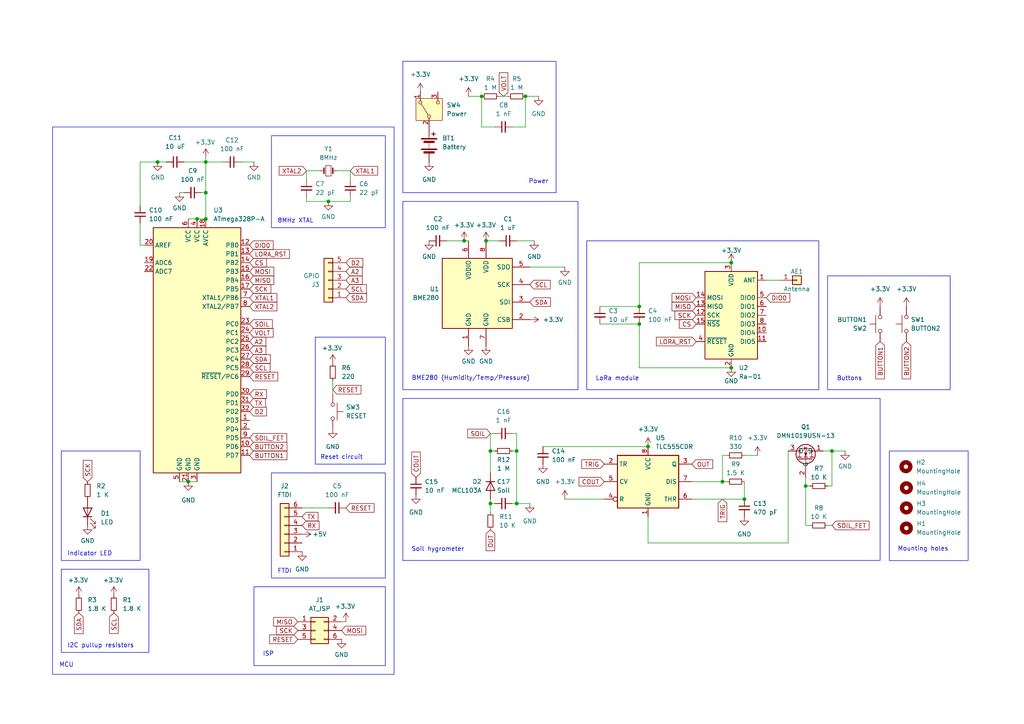
<source format=kicad_sch>
(kicad_sch (version 20231120) (generator "eeschema") (generator_version "8.0")
  (paper "A4")
  (lib_symbols
    (symbol "+3.3V_1" (power) (pin_numbers hide) (pin_names (offset 0) hide)
      (property "Value" "+3.3V" (at 0 3.556 0))
      (symbol "+3.3V_1_1_1"
        (pin power_in line (at 0 0 90) (length 0) (name "~") (number "1"))
      )
    )
    (symbol "+3.3V_2" (power) (pin_numbers hide) (pin_names (offset 0) hide)
      (property "Value" "+3.3V" (at 0 3.556 0))
      (symbol "+3.3V_2_1_1"
        (pin power_in line (at 0 0 90) (length 0) (name "~") (number "1"))
      )
    )
    (symbol "+3.3V_3" (power) (pin_numbers hide) (pin_names (offset 0) hide)
      (property "Value" "+3.3V" (at 0 3.556 0))
      (symbol "+3.3V_3_1_1"
        (pin power_in line (at 0 0 90) (length 0) (name "~") (number "1"))
      )
    )
    (symbol "+3.3V_4" (power) (pin_numbers hide) (pin_names (offset 0) hide)
      (property "Value" "+3.3V" (at 0 3.556 0))
      (symbol "+3.3V_4_1_1"
        (pin power_in line (at 0 0 90) (length 0) (name "~") (number "1"))
      )
    )
    (symbol "+3.3V_5" (power) (pin_numbers hide) (pin_names (offset 0) hide)
      (property "Value" "+3.3V" (at 0 3.556 0))
      (symbol "+3.3V_5_1_1"
        (pin power_in line (at 0 0 90) (length 0) (name "~") (number "1"))
      )
    )
    (symbol "+5V_1" (power) (pin_numbers hide) (pin_names (offset 0) hide)
      (property "Value" "+5V" (at 0 3.556 0))
      (symbol "+5V_1_1_1"
        (pin power_in line (at 0 0 90) (length 0) (name "~") (number "1"))
      )
    )
    (symbol "ATmega328P-A_1"
      (property "Reference" "U" (at -12.7 36.83 0))
      (property "Value" "ATmega328P-A" (at 2.54 -36.83 0))
      (symbol "ATmega328P-A_1_1_1"
        (pin bidirectional line (at 15.24 -20.32 180) (length 2.54) (name "PD3") (number "1"))
        (pin bidirectional line (at 15.24 -27.94 180) (length 2.54) (name "PD6") (number "10"))
        (pin bidirectional line (at 15.24 -30.48 180) (length 2.54) (name "PD7") (number "11"))
        (pin bidirectional line (at 15.24 30.48 180) (length 2.54) (name "PB0") (number "12"))
        (pin bidirectional line (at 15.24 27.94 180) (length 2.54) (name "PB1") (number "13"))
        (pin bidirectional line (at 15.24 25.4 180) (length 2.54) (name "PB2") (number "14"))
        (pin bidirectional line (at 15.24 22.86 180) (length 2.54) (name "PB3") (number "15"))
        (pin bidirectional line (at 15.24 20.32 180) (length 2.54) (name "PB4") (number "16"))
        (pin bidirectional line (at 15.24 17.78 180) (length 2.54) (name "PB5") (number "17"))
        (pin power_in line (at 2.54 38.1 270) (length 2.54) (name "AVCC") (number "18"))
        (pin input line (at -15.24 25.4 0) (length 2.54) (name "ADC6") (number "19"))
        (pin bidirectional line (at 15.24 -22.86 180) (length 2.54) (name "PD4") (number "2"))
        (pin passive line (at -15.24 30.48 0) (length 2.54) (name "AREF") (number "20"))
        (pin passive line (at -2.54 -38.1 90) (length 2.54) (name "GND") (number "21"))
        (pin input line (at -15.24 22.86 0) (length 2.54) (name "ADC7") (number "22"))
        (pin bidirectional line (at 15.24 7.62 180) (length 2.54) (name "PC0") (number "23"))
        (pin bidirectional line (at 15.24 5.08 180) (length 2.54) (name "PC1") (number "24"))
        (pin bidirectional line (at 15.24 2.54 180) (length 2.54) (name "PC2") (number "25"))
        (pin bidirectional line (at 15.24 0 180) (length 2.54) (name "PC3") (number "26"))
        (pin bidirectional line (at 15.24 -2.54 180) (length 2.54) (name "PC4") (number "27"))
        (pin bidirectional line (at 15.24 -5.08 180) (length 2.54) (name "PC5") (number "28"))
        (pin bidirectional line (at 15.24 -7.62 180) (length 2.54) (name "~{RESET}/PC6") (number "29"))
        (pin power_in line (at 0 -38.1 90) (length 2.54) (name "GND") (number "3"))
        (pin bidirectional line (at 15.24 -12.7 180) (length 2.54) (name "PD0") (number "30"))
        (pin bidirectional line (at 15.24 -15.24 180) (length 2.54) (name "PD1") (number "31"))
        (pin bidirectional line (at 15.24 -17.78 180) (length 2.54) (name "PD2") (number "32"))
        (pin power_in line (at 0 38.1 270) (length 2.54) (name "VCC") (number "4"))
        (pin passive line (at -5.08 -38.1 90) (length 2.54) (name "GND") (number "5"))
        (pin passive line (at -2.54 38.1 270) (length 2.54) (name "VCC") (number "6"))
        (pin bidirectional line (at 15.24 15.24 180) (length 2.54) (name "XTAL1/PB6") (number "7"))
        (pin bidirectional line (at 15.24 12.7 180) (length 2.54) (name "XTAL2/PB7") (number "8"))
        (pin bidirectional line (at 15.24 -25.4 180) (length 2.54) (name "PD5") (number "9"))
      )
    )
    (symbol "Connector_Generic:Conn_01x01" (pin_names (offset 1.016) hide)
      (property "Reference" "J" (at 0 2.54 0))
      (property "Value" "Conn_01x01" (at 0 -2.54 0))
      (symbol "Conn_01x01_1_1"
        (pin passive line (at -5.08 0 0) (length 3.81) (name "Pin_1") (number "1"))
      )
    )
    (symbol "Connector_Generic:Conn_01x05" (pin_names (offset 1.016) hide)
      (property "Reference" "J" (at 0 7.62 0))
      (property "Value" "Conn_01x05" (at 0 -7.62 0))
      (symbol "Conn_01x05_1_1"
        (pin passive line (at -5.08 5.08 0) (length 3.81) (name "Pin_1") (number "1"))
        (pin passive line (at -5.08 2.54 0) (length 3.81) (name "Pin_2") (number "2"))
        (pin passive line (at -5.08 0 0) (length 3.81) (name "Pin_3") (number "3"))
        (pin passive line (at -5.08 -2.54 0) (length 3.81) (name "Pin_4") (number "4"))
        (pin passive line (at -5.08 -5.08 0) (length 3.81) (name "Pin_5") (number "5"))
      )
    )
    (symbol "Connector_Generic:Conn_01x06" (pin_names (offset 1.016) hide)
      (property "Reference" "J" (at 0 7.62 0))
      (property "Value" "Conn_01x06" (at 0 -10.16 0))
      (symbol "Conn_01x06_1_1"
        (pin passive line (at -5.08 5.08 0) (length 3.81) (name "Pin_1") (number "1"))
        (pin passive line (at -5.08 2.54 0) (length 3.81) (name "Pin_2") (number "2"))
        (pin passive line (at -5.08 0 0) (length 3.81) (name "Pin_3") (number "3"))
        (pin passive line (at -5.08 -2.54 0) (length 3.81) (name "Pin_4") (number "4"))
        (pin passive line (at -5.08 -5.08 0) (length 3.81) (name "Pin_5") (number "5"))
        (pin passive line (at -5.08 -7.62 0) (length 3.81) (name "Pin_6") (number "6"))
      )
    )
    (symbol "Connector_Generic:Conn_02x03_Odd_Even" (pin_names (offset 1.016) hide)
      (property "Reference" "J" (at 1.27 5.08 0))
      (property "Value" "Conn_02x03_Odd_Even" (at 1.27 -5.08 0))
      (symbol "Conn_02x03_Odd_Even_1_1"
        (pin passive line (at -5.08 2.54 0) (length 3.81) (name "Pin_1") (number "1"))
        (pin passive line (at 7.62 2.54 180) (length 3.81) (name "Pin_2") (number "2"))
        (pin passive line (at -5.08 0 0) (length 3.81) (name "Pin_3") (number "3"))
        (pin passive line (at 7.62 0 180) (length 3.81) (name "Pin_4") (number "4"))
        (pin passive line (at -5.08 -2.54 0) (length 3.81) (name "Pin_5") (number "5"))
        (pin passive line (at 7.62 -2.54 180) (length 3.81) (name "Pin_6") (number "6"))
      )
    )
    (symbol "Device:Battery" (pin_numbers hide) (pin_names (offset 0) hide)
      (property "Reference" "BT" (at 2.54 2.54 0))
      (property "Value" "Battery" (at 2.54 0 0))
      (symbol "Battery_1_1"
        (pin passive line (at 0 5.08 270) (length 2.54) (name "+") (number "1"))
        (pin passive line (at 0 -5.08 90) (length 2.54) (name "-") (number "2"))
      )
    )
    (symbol "Device:C_Small" (pin_numbers hide) (pin_names (offset 0.254) hide)
      (property "Reference" "C" (at 0.254 1.778 0))
      (property "Value" "C_Small" (at 0.254 -2.032 0))
      (symbol "C_Small_1_1"
        (pin passive line (at 0 2.54 270) (length 2.032) (name "~") (number "1"))
        (pin passive line (at 0 -2.54 90) (length 2.032) (name "~") (number "2"))
      )
    )
    (symbol "Device:Crystal_Small" (pin_numbers hide) (pin_names (offset 1.016) hide)
      (property "Reference" "Y" (at 0 2.54 0))
      (property "Value" "Crystal_Small" (at 0 -2.54 0))
      (symbol "Crystal_Small_1_1"
        (pin passive line (at -2.54 0 0) (length 1.27) (name "1") (number "1"))
        (pin passive line (at 2.54 0 180) (length 1.27) (name "2") (number "2"))
      )
    )
    (symbol "Device:LED" (pin_numbers hide) (pin_names (offset 1.016) hide)
      (property "Reference" "D" (at 0 2.54 0))
      (property "Value" "LED" (at 0 -2.54 0))
      (symbol "LED_1_1"
        (pin passive line (at -3.81 0 0) (length 2.54) (name "K") (number "1"))
        (pin passive line (at 3.81 0 180) (length 2.54) (name "A") (number "2"))
      )
    )
    (symbol "Device:R_Small" (pin_numbers hide) (pin_names (offset 0.254) hide)
      (property "Reference" "R" (at 0.762 0.508 0))
      (property "Value" "R_Small" (at 0.762 -1.016 0))
      (symbol "R_Small_1_1"
        (pin passive line (at 0 2.54 270) (length 0.762) (name "~") (number "1"))
        (pin passive line (at 0 -2.54 90) (length 0.762) (name "~") (number "2"))
      )
    )
    (symbol "Diode:SM4007" (pin_numbers hide) (pin_names hide)
      (property "Reference" "D" (at 0 2.54 0))
      (property "Value" "SM4007" (at 0 -2.54 0))
      (symbol "SM4007_1_1"
        (pin passive line (at -3.81 0 0) (length 2.54) (name "K") (number "1"))
        (pin passive line (at 3.81 0 180) (length 2.54) (name "A") (number "2"))
      )
    )
    (symbol "GND_1" (power) (pin_numbers hide) (pin_names (offset 0) hide)
      (property "Value" "GND" (at 0 -3.81 0))
      (symbol "GND_1_1_1"
        (pin power_in line (at 0 0 270) (length 0) (name "~") (number "1"))
      )
    )
    (symbol "GND_15" (power) (pin_names (offset 0))
      (property "Value" "GND_15" (at 0 -3.81 0))
      (symbol "GND_15_1_1"
        (pin power_in line (at 0 0 270) (length 0) hide (name "GND") (number "1"))
      )
    )
    (symbol "GND_16" (power) (pin_numbers hide) (pin_names (offset 0) hide)
      (property "Value" "GND" (at 0 -3.81 0))
      (symbol "GND_16_1_1"
        (pin power_in line (at 0 0 270) (length 0) (name "~") (number "1"))
      )
    )
    (symbol "GND_3" (power) (pin_names (offset 0))
      (property "Value" "GND_3" (at 0 -3.81 0))
      (symbol "GND_3_1_1"
        (pin power_in line (at 0 0 270) (length 0) hide (name "GND") (number "1"))
      )
    )
    (symbol "GND_4" (power) (pin_names (offset 0))
      (property "Value" "GND_4" (at 0 -3.81 0))
      (symbol "GND_4_1_1"
        (pin power_in line (at 0 0 270) (length 0) hide (name "GND") (number "1"))
      )
    )
    (symbol "Mechanical:MountingHole" (pin_names (offset 1.016))
      (property "Reference" "H" (at 0 5.08 0))
      (property "Value" "MountingHole" (at 0 3.175 0))
    )
    (symbol "RF_Module:Ai-Thinker-Ra-01"
      (property "Reference" "U" (at 2.54 17.78 0))
      (property "Value" "Ai-Thinker-Ra-01" (at 13.97 -15.24 0))
      (symbol "Ai-Thinker-Ra-01_1_1"
        (pin passive line (at 10.16 10.16 180) (length 2.54) (name "ANT") (number "1"))
        (pin bidirectional line (at 10.16 -5.08 180) (length 2.54) (name "DIO4") (number "10"))
        (pin bidirectional line (at 10.16 -7.62 180) (length 2.54) (name "DIO5") (number "11"))
        (pin input line (at -10.16 0 0) (length 2.54) (name "SCK") (number "12"))
        (pin output line (at -10.16 2.54 0) (length 2.54) (name "MISO") (number "13"))
        (pin input line (at -10.16 5.08 0) (length 2.54) (name "MOSI") (number "14"))
        (pin input line (at -10.16 -2.54 0) (length 2.54) (name "~{NSS}") (number "15"))
        (pin passive line (at 0 -15.24 90) (length 2.54) hide (name "GND") (number "16"))
        (pin power_in line (at 0 -15.24 90) (length 2.54) (name "GND") (number "2"))
        (pin power_in line (at 0 15.24 270) (length 2.54) (name "VDD") (number "3"))
        (pin input line (at -10.16 -7.62 0) (length 2.54) (name "~{RESET}") (number "4"))
        (pin bidirectional line (at 10.16 5.08 180) (length 2.54) (name "DIO0") (number "5"))
        (pin bidirectional line (at 10.16 2.54 180) (length 2.54) (name "DIO1") (number "6"))
        (pin bidirectional line (at 10.16 0 180) (length 2.54) (name "DIO2") (number "7"))
        (pin bidirectional line (at 10.16 -2.54 180) (length 2.54) (name "DIO3") (number "8"))
        (pin passive line (at 0 -15.24 90) (length 2.54) hide (name "GND") (number "9"))
      )
    )
    (symbol "Sensor:BME280"
      (property "Reference" "U" (at -8.89 11.43 0))
      (property "Value" "BME280" (at 7.62 11.43 0))
      (symbol "BME280_1_1"
        (pin power_in line (at -2.54 -15.24 90) (length 5.08) (name "GND") (number "1"))
        (pin input line (at 15.24 -7.62 180) (length 5.08) (name "CSB") (number "2"))
        (pin bidirectional line (at 15.24 -2.54 180) (length 5.08) (name "SDI") (number "3"))
        (pin input line (at 15.24 2.54 180) (length 5.08) (name "SCK") (number "4"))
        (pin bidirectional line (at 15.24 7.62 180) (length 5.08) (name "SDO") (number "5"))
        (pin power_in line (at -2.54 15.24 270) (length 5.08) (name "VDDIO") (number "6"))
        (pin power_in line (at 2.54 -15.24 90) (length 5.08) (name "GND") (number "7"))
        (pin power_in line (at 2.54 15.24 270) (length 5.08) (name "VDD") (number "8"))
      )
    )
    (symbol "Switch:SW_Push" (pin_numbers hide) (pin_names (offset 1.016) hide)
      (property "Reference" "SW" (at 1.27 2.54 0))
      (property "Value" "SW_Push" (at 0 -1.524 0))
      (symbol "SW_Push_0_1"
        (pin passive line (at -5.08 0 0) (length 2.54) (name "1") (number "1"))
        (pin passive line (at 5.08 0 180) (length 2.54) (name "2") (number "2"))
      )
    )
    (symbol "Switch:SW_SPDT" (pin_names (offset 0) hide)
      (property "Reference" "SW" (at 0 5.08 0))
      (property "Value" "SW_SPDT" (at 0 -5.08 0))
      (symbol "SW_SPDT_1_1"
        (pin passive line (at 5.08 2.54 180) (length 2.54) (name "A") (number "1"))
        (pin passive line (at -5.08 0 0) (length 2.54) (name "B") (number "2"))
        (pin passive line (at 5.08 -2.54 180) (length 2.54) (name "C") (number "3"))
      )
    )
    (symbol "Timer:TLC555xD"
      (property "Reference" "U" (at -10.16 8.89 0))
      (property "Value" "TLC555xD" (at 2.54 8.89 0))
      (symbol "TLC555xD_0_0"
        (pin power_in line (at 0 -10.16 90) (length 2.54) (name "GND") (number "1"))
        (pin power_in line (at 0 10.16 270) (length 2.54) (name "VCC") (number "8"))
      )
      (symbol "TLC555xD_1_1"
        (pin input line (at -12.7 5.08 0) (length 3.81) (name "TR") (number "2"))
        (pin output line (at 12.7 5.08 180) (length 3.81) (name "Q") (number "3"))
        (pin input inverted (at -12.7 -5.08 0) (length 3.81) (name "R") (number "4"))
        (pin input line (at -12.7 0 0) (length 3.81) (name "CV") (number "5"))
        (pin input line (at 12.7 -5.08 180) (length 3.81) (name "THR") (number "6"))
        (pin input line (at 12.7 0 180) (length 3.81) (name "DIS") (number "7"))
      )
    )
    (symbol "Transistor_FET:DMN1019USN-13"
      (property "Reference" "U" (at 0 0 0))
      (symbol "DMN1019USN-13_1_1"
        (pin passive line (at -3.81 -5.08 90) (length 2.54) (name "S") (number "1"))
        (pin input line (at -11.43 0 0) (length 2.54) (name "G") (number "2"))
        (pin passive line (at -3.81 5.08 270) (length 2.54) (name "D") (number "3"))
      )
    )
    (symbol "power:+3.3V" (power) (pin_names (offset 0))
      (property "Value" "+3.3V" (at 0 3.556 0))
      (symbol "+3.3V_1_1"
        (pin power_in line (at 0 0 90) (length 0) hide (name "+3.3V") (number "1"))
      )
    )
    (symbol "power:GND" (power) (pin_numbers hide) (pin_names (offset 0) hide)
      (property "Value" "GND" (at 0 -3.81 0))
      (symbol "GND_1_1"
        (pin power_in line (at 0 0 270) (length 0) (name "~") (number "1"))
      )
    )
    (symbol "symbols:C_Small" (pin_numbers hide) (pin_names (offset 0.254) hide)
      (property "Reference" "C" (at 0.254 1.778 0))
      (property "Value" "C_Small" (at 0.254 -2.032 0))
      (symbol "C_Small_1_1"
        (pin passive line (at 0 2.54 270) (length 2.032) (name "~") (number "1"))
        (pin passive line (at 0 -2.54 90) (length 2.032) (name "~") (number "2"))
      )
    )
  )
  (junction (at 149.86 130.81))
  (junction (at 187.96 129.54))
  (junction (at 152.4 27.94))
  (junction (at 142.24 146.05))
  (junction (at 185.42 88.9))
  (junction (at 233.68 140.97))
  (junction (at 215.9 144.78))
  (junction (at 209.55 139.7))
  (junction (at 140.97 69.85))
  (junction (at 54.61 139.7))
  (junction (at 95.25 58.42))
  (junction (at 59.69 55.88))
  (junction (at 45.72 46.99))
  (junction (at 185.42 93.98))
  (junction (at 57.15 63.5))
  (junction (at 134.62 69.85))
  (junction (at 212.09 76.2))
  (junction (at 241.3 130.81))
  (junction (at 139.7 27.94))
  (junction (at 212.09 106.68))
  (junction (at 59.69 46.99))
  (junction (at 142.24 130.81))
  (junction (at 149.86 146.05))
  (junction (at 59.69 63.5))
  (wire (pts (xy 101.6 49.53) (xy 97.79 49.53)))
  (wire (pts (xy 215.9 139.7) (xy 215.9 144.78)))
  (wire (pts (xy 149.86 130.81) (xy 148.59 130.81)))
  (wire (pts (xy 240.03 140.97) (xy 241.3 140.97)))
  (wire (pts (xy 96.52 110.49) (xy 96.52 114.3)))
  (wire (pts (xy 142.24 144.78) (xy 142.24 146.05)))
  (wire (pts (xy 233.68 138.43) (xy 233.68 140.97)))
  (wire (pts (xy 185.42 88.9) (xy 185.42 76.2)))
  (wire (pts (xy 139.7 36.83) (xy 143.51 36.83)))
  (wire (pts (xy 135.89 27.94) (xy 139.7 27.94)))
  (wire (pts (xy 240.03 152.4) (xy 241.3 152.4)))
  (wire (pts (xy 215.9 132.08) (xy 219.71 132.08)))
  (wire (pts (xy 54.61 139.7) (xy 57.15 139.7)))
  (wire (pts (xy 40.64 46.99) (xy 45.72 46.99)))
  (wire (pts (xy 53.34 46.99) (xy 59.69 46.99)))
  (wire (pts (xy 149.86 146.05) (xy 149.86 130.81)))
  (wire (pts (xy 200.66 144.78) (xy 215.9 144.78)))
  (wire (pts (xy 149.86 125.73) (xy 149.86 130.81)))
  (wire (pts (xy 241.3 130.81) (xy 241.3 140.97)))
  (wire (pts (xy 54.61 63.5) (xy 57.15 63.5)))
  (wire (pts (xy 88.9 58.42) (xy 88.9 57.15)))
  (wire (pts (xy 209.55 132.08) (xy 210.82 132.08)))
  (wire (pts (xy 73.66 46.99) (xy 69.85 46.99)))
  (wire (pts (xy 163.83 144.78) (xy 175.26 144.78)))
  (wire (pts (xy 152.4 27.94) (xy 156.21 27.94)))
  (wire (pts (xy 142.24 146.05) (xy 143.51 146.05)))
  (wire (pts (xy 152.4 36.83) (xy 152.4 27.94)))
  (wire (pts (xy 185.42 106.68) (xy 212.09 106.68)))
  (wire (pts (xy 139.7 27.94) (xy 139.7 36.83)))
  (wire (pts (xy 210.82 139.7) (xy 209.55 139.7)))
  (wire (pts (xy 200.66 139.7) (xy 209.55 139.7)))
  (wire (pts (xy 226.06 81.28) (xy 222.25 81.28)))
  (wire (pts (xy 185.42 76.2) (xy 212.09 76.2)))
  (wire (pts (xy 173.99 88.9) (xy 185.42 88.9)))
  (wire (pts (xy 100.33 180.34) (xy 99.06 180.34)))
  (wire (pts (xy 101.6 49.53) (xy 101.6 52.07)))
  (wire (pts (xy 40.64 64.77) (xy 40.64 71.12)))
  (wire (pts (xy 233.68 152.4) (xy 234.95 152.4)))
  (wire (pts (xy 148.59 146.05) (xy 149.86 146.05)))
  (wire (pts (xy 88.9 49.53) (xy 92.71 49.53)))
  (wire (pts (xy 238.76 130.81) (xy 241.3 130.81)))
  (wire (pts (xy 149.86 125.73) (xy 148.59 125.73)))
  (wire (pts (xy 148.59 36.83) (xy 152.4 36.83)))
  (wire (pts (xy 40.64 71.12) (xy 41.91 71.12)))
  (wire (pts (xy 59.69 46.99) (xy 59.69 55.88)))
  (wire (pts (xy 173.99 93.98) (xy 185.42 93.98)))
  (wire (pts (xy 59.69 46.99) (xy 64.77 46.99)))
  (wire (pts (xy 142.24 130.81) (xy 142.24 137.16)))
  (wire (pts (xy 59.69 45.72) (xy 59.69 46.99)))
  (wire (pts (xy 59.69 55.88) (xy 59.69 63.5)))
  (wire (pts (xy 209.55 132.08) (xy 209.55 139.7)))
  (wire (pts (xy 57.15 63.5) (xy 59.69 63.5)))
  (wire (pts (xy 58.42 55.88) (xy 59.69 55.88)))
  (wire (pts (xy 142.24 146.05) (xy 142.24 148.59)))
  (wire (pts (xy 142.24 125.73) (xy 143.51 125.73)))
  (wire (pts (xy 241.3 130.81) (xy 245.11 130.81)))
  (wire (pts (xy 142.24 125.73) (xy 142.24 130.81)))
  (wire (pts (xy 233.68 140.97) (xy 233.68 152.4)))
  (wire (pts (xy 129.54 69.85) (xy 134.62 69.85)))
  (wire (pts (xy 95.25 58.42) (xy 101.6 58.42)))
  (wire (pts (xy 40.64 46.99) (xy 40.64 59.69)))
  (wire (pts (xy 157.48 129.54) (xy 187.96 129.54)))
  (wire (pts (xy 149.86 146.05) (xy 153.67 146.05)))
  (wire (pts (xy 228.6 157.48) (xy 228.6 130.81)))
  (wire (pts (xy 187.96 157.48) (xy 228.6 157.48)))
  (wire (pts (xy 185.42 93.98) (xy 185.42 106.68)))
  (wire (pts (xy 140.97 69.85) (xy 144.78 69.85)))
  (wire (pts (xy 153.67 77.47) (xy 163.83 77.47)))
  (wire (pts (xy 147.32 27.94) (xy 144.78 27.94)))
  (wire (pts (xy 143.51 130.81) (xy 142.24 130.81)))
  (wire (pts (xy 88.9 52.07) (xy 88.9 49.53)))
  (wire (pts (xy 88.9 58.42) (xy 95.25 58.42)))
  (wire (pts (xy 187.96 149.86) (xy 187.96 157.48)))
  (wire (pts (xy 45.72 46.99) (xy 48.26 46.99)))
  (wire (pts (xy 134.62 69.85) (xy 135.89 69.85)))
  (wire (pts (xy 101.6 57.15) (xy 101.6 58.42)))
  (wire (pts (xy 233.68 140.97) (xy 234.95 140.97)))
  (wire (pts (xy 54.61 139.7) (xy 52.07 139.7)))
  (wire (pts (xy 52.07 55.88) (xy 53.34 55.88)))
  (wire (pts (xy 95.25 147.32) (xy 87.63 147.32)))
  (wire (pts (xy 149.86 69.85) (xy 154.94 69.85)))
  (rectangle (start 17.78 165.1) (end 43.18 189.23))
  (rectangle (start 116.84 58.42) (end 167.64 113.03))
  (rectangle (start 78.74 39.37) (end 111.76 66.04))
  (rectangle (start 240.03 80.01) (end 275.59 113.03))
  (rectangle (start 116.84 17.78) (end 161.29 55.88))
  (rectangle (start 116.84 115.57) (end 255.27 162.56))
  (rectangle (start 170.18 69.85) (end 237.49 113.03))
  (rectangle (start 91.44 97.79) (end 111.76 134.62))
  (rectangle (start 257.9401 130.81) (end 280.8001 162.5849))
  (rectangle (start 15.24 36.83) (end 114.3 195.58))
  (rectangle (start 73.66 170.18) (end 111.76 193.04))
  (rectangle (start 78.74 137.16) (end 111.76 167.64))
  (rectangle (start 17.78 130.81) (end 40.64 162.56))
  (text "Power" (at 156.21 52.705 0) (effects (font (size 1.27 1.27))))
  (text "LoRa module" (at 179.07 109.855 0) (effects (font (size 1.27 1.27))))
  (text "Buttons\n" (at 246.38 109.855 0) (effects (font (size 1.27 1.27))))
  (text "Reset circuit" (at 99.06 132.715 0) (effects (font (size 1.27 1.27))))
  (text "FTDI" (at 82.55 165.735 0) (effects (font (size 1.27 1.27))))
  (text "Indicator LED" (at 26.035 160.655 0) (effects (font (size 1.27 1.27))))
  (text "BME280 (Humidity/Temp/Pressure)" (at 119.38 110.49 0) (effects (font (size 1.27 1.27)) (justify left bottom)))
  (text "I2C pullup resistors" (at 29.21 187.325 0) (effects (font (size 1.27 1.27))))
  (text "8MHz XTAL" (at 85.725 64.135 0) (effects (font (size 1.27 1.27))))
  (text "MCU" (at 17.145 193.675 0) (effects (font (size 1.27 1.27)) (justify left bottom)))
  (text "Soil hygrometer" (at 127 159.385 0) (effects (font (size 1.27 1.27))))
  (text "ISP" (at 76.2 190.5 0) (effects (font (size 1.27 1.27)) (justify left bottom)))
  (text "Mounting holes" (at 260.35 160.02 0) (effects (font (size 1.27 1.27)) (justify left bottom)))
  (global_label "OUT" (shape input) (at 142.24 153.67 270) (property "Intersheetrefs" "${INTERSHEET_REFS}" (effects (hide yes))))
  (global_label "SCL" (shape input) (at 153.67 82.55 0) (property "Intersheetrefs" "${INTERSHEET_REFS}" (effects (hide yes))))
  (global_label "XTAL2" (shape input) (at 88.9 49.53 180) (property "Intersheetrefs" "${INTERSHEET_REFS}" (effects (hide yes))))
  (global_label "MISO" (shape input) (at 86.36 180.34 180) (property "Intersheetrefs" "${INTERSHEET_REFS}" (effects (hide yes))))
  (global_label "LORA_RST" (shape input) (at 201.93 99.06 180) (property "Intersheetrefs" "${INTERSHEET_REFS}" (effects (hide yes))))
  (global_label "RESET" (shape input) (at 72.39 109.22 0) (property "Intersheetrefs" "${INTERSHEET_REFS}" (effects (hide yes))))
  (global_label "D2" (shape input) (at 100.33 76.2 0) (property "Intersheetrefs" "${INTERSHEET_REFS}" (effects (hide yes))))
  (global_label "COUT" (shape input) (at 175.26 139.7 180) (property "Intersheetrefs" "${INTERSHEET_REFS}" (effects (hide yes))))
  (global_label "SDA" (shape input) (at 100.33 86.36 0) (property "Intersheetrefs" "${INTERSHEET_REFS}" (effects (hide yes))))
  (global_label "SDA" (shape input) (at 22.86 177.8 270) (property "Intersheetrefs" "${INTERSHEET_REFS}" (effects (hide yes))))
  (global_label "XTAL1" (shape input) (at 72.39 86.36 0) (property "Intersheetrefs" "${INTERSHEET_REFS}" (effects (hide yes))))
  (global_label "SCK" (shape input) (at 86.36 182.88 180) (property "Intersheetrefs" "${INTERSHEET_REFS}" (effects (hide yes))))
  (global_label "XTAL1" (shape input) (at 101.6 49.53 0) (property "Intersheetrefs" "${INTERSHEET_REFS}" (effects (hide yes))))
  (global_label "SOIL" (shape input) (at 142.24 125.73 180) (property "Intersheetrefs" "${INTERSHEET_REFS}" (effects (hide yes))))
  (global_label "BUTTON1" (shape input) (at 255.27 99.06 270) (property "Intersheetrefs" "${INTERSHEET_REFS}" (effects (hide yes))))
  (global_label "RX" (shape input) (at 87.63 152.4 0) (property "Intersheetrefs" "${INTERSHEET_REFS}" (effects (hide yes))))
  (global_label "TRIG" (shape input) (at 175.26 134.62 180) (property "Intersheetrefs" "${INTERSHEET_REFS}" (effects (hide yes))))
  (global_label "SOIL" (shape input) (at 72.39 93.98 0) (property "Intersheetrefs" "${INTERSHEET_REFS}" (effects (hide yes))))
  (global_label "SCK" (shape input) (at 72.39 83.82 0) (property "Intersheetrefs" "${INTERSHEET_REFS}" (effects (hide yes))))
  (global_label "CS" (shape input) (at 201.93 93.98 180) (property "Intersheetrefs" "${INTERSHEET_REFS}" (effects (hide yes))))
  (global_label "SOIL_FET" (shape input) (at 72.39 127 0) (property "Intersheetrefs" "${INTERSHEET_REFS}" (effects (hide yes))))
  (global_label "D2" (shape input) (at 72.39 119.38 0) (property "Intersheetrefs" "${INTERSHEET_REFS}" (effects (hide yes))))
  (global_label "SDA" (shape input) (at 72.39 104.14 0) (property "Intersheetrefs" "${INTERSHEET_REFS}" (effects (hide yes))))
  (global_label "SOIL_FET" (shape input) (at 241.3 152.4 0) (property "Intersheetrefs" "${INTERSHEET_REFS}" (effects (hide yes))))
  (global_label "SCL" (shape input) (at 72.39 106.68 0) (property "Intersheetrefs" "${INTERSHEET_REFS}" (effects (hide yes))))
  (global_label "SCL" (shape input) (at 100.33 83.82 0) (property "Intersheetrefs" "${INTERSHEET_REFS}" (effects (hide yes))))
  (global_label "XTAL2" (shape input) (at 72.39 88.9 0) (property "Intersheetrefs" "${INTERSHEET_REFS}" (effects (hide yes))))
  (global_label "DIO0" (shape input) (at 72.39 71.12 0) (property "Intersheetrefs" "${INTERSHEET_REFS}" (effects (hide yes))))
  (global_label "LORA_RST" (shape input) (at 72.39 73.66 0) (property "Intersheetrefs" "${INTERSHEET_REFS}" (effects (hide yes))))
  (global_label "A2" (shape input) (at 72.39 99.06 0) (property "Intersheetrefs" "${INTERSHEET_REFS}" (effects (hide yes))))
  (global_label "DIO0" (shape input) (at 222.25 86.36 0) (property "Intersheetrefs" "${INTERSHEET_REFS}" (effects (hide yes))))
  (global_label "VOLT" (shape input) (at 72.39 96.52 0) (property "Intersheetrefs" "${INTERSHEET_REFS}" (effects (hide yes))))
  (global_label "VOLT" (shape input) (at 146.05 27.94 90) (property "Intersheetrefs" "${INTERSHEET_REFS}" (effects (hide yes))))
  (global_label "SCL" (shape input) (at 33.02 177.8 270) (property "Intersheetrefs" "${INTERSHEET_REFS}" (effects (hide yes))))
  (global_label "RESET" (shape input) (at 86.36 185.42 180) (property "Intersheetrefs" "${INTERSHEET_REFS}" (effects (hide yes))))
  (global_label "A3" (shape input) (at 100.33 81.28 0) (property "Intersheetrefs" "${INTERSHEET_REFS}" (effects (hide yes))))
  (global_label "RESET" (shape input) (at 96.52 113.03 0) (property "Intersheetrefs" "${INTERSHEET_REFS}" (effects (hide yes))))
  (global_label "MOSI" (shape input) (at 72.39 78.74 0) (property "Intersheetrefs" "${INTERSHEET_REFS}" (effects (hide yes))))
  (global_label "COUT" (shape input) (at 120.65 138.43 90) (property "Intersheetrefs" "${INTERSHEET_REFS}" (effects (hide yes))))
  (global_label "SCK" (shape input) (at 25.4 139.7 90) (property "Intersheetrefs" "${INTERSHEET_REFS}" (effects (hide yes))))
  (global_label "MISO" (shape input) (at 72.39 81.28 0) (property "Intersheetrefs" "${INTERSHEET_REFS}" (effects (hide yes))))
  (global_label "A3" (shape input) (at 72.39 101.6 0) (property "Intersheetrefs" "${INTERSHEET_REFS}" (effects (hide yes))))
  (global_label "BUTTON2" (shape input) (at 262.89 99.06 270) (property "Intersheetrefs" "${INTERSHEET_REFS}" (effects (hide yes))))
  (global_label "TRIG" (shape input) (at 209.55 144.78 270) (property "Intersheetrefs" "${INTERSHEET_REFS}" (effects (hide yes))))
  (global_label "OUT" (shape input) (at 200.66 134.62 0) (property "Intersheetrefs" "${INTERSHEET_REFS}" (effects (hide yes))))
  (global_label "RESET" (shape input) (at 100.33 147.32 0) (property "Intersheetrefs" "${INTERSHEET_REFS}" (effects (hide yes))))
  (global_label "RX" (shape input) (at 72.39 114.3 0) (property "Intersheetrefs" "${INTERSHEET_REFS}" (effects (hide yes))))
  (global_label "TX" (shape input) (at 72.39 116.84 0) (property "Intersheetrefs" "${INTERSHEET_REFS}" (effects (hide yes))))
  (global_label "BUTTON2" (shape input) (at 72.39 129.54 0) (property "Intersheetrefs" "${INTERSHEET_REFS}" (effects (hide yes))))
  (global_label "BUTTON1" (shape input) (at 72.39 132.08 0) (property "Intersheetrefs" "${INTERSHEET_REFS}" (effects (hide yes))))
  (global_label "A2" (shape input) (at 100.33 78.74 0) (property "Intersheetrefs" "${INTERSHEET_REFS}" (effects (hide yes))))
  (global_label "SCK" (shape input) (at 201.93 91.44 180) (property "Intersheetrefs" "${INTERSHEET_REFS}" (effects (hide yes))))
  (global_label "TX" (shape input) (at 87.63 149.86 0) (property "Intersheetrefs" "${INTERSHEET_REFS}" (effects (hide yes))))
  (global_label "SDA" (shape input) (at 153.67 87.63 0) (property "Intersheetrefs" "${INTERSHEET_REFS}" (effects (hide yes))))
  (global_label "MOSI" (shape input) (at 201.93 86.36 180) (property "Intersheetrefs" "${INTERSHEET_REFS}" (effects (hide yes))))
  (global_label "CS" (shape input) (at 72.39 76.2 0) (property "Intersheetrefs" "${INTERSHEET_REFS}" (effects (hide yes))))
  (global_label "MOSI" (shape input) (at 99.06 182.88 0) (property "Intersheetrefs" "${INTERSHEET_REFS}" (effects (hide yes))))
  (global_label "MISO" (shape input) (at 201.93 88.9 180) (property "Intersheetrefs" "${INTERSHEET_REFS}" (effects (hide yes))))
  (symbol (lib_name "GND_16") (lib_id "power:GND") (at 245.11 130.81 0) (unit 1)
    (property "Reference" "#PWR038" (effects (hide yes)))
    (property "Value" "GND" (at 245.11 135.255 0))
    (property "Description" "Power symbol creates a global label with name \"GND\" , ground" (effects (hide yes)))
  )
  (symbol (lib_id "Device:R_Small") (at 22.86 175.26 180) (unit 1)
    (property "Reference" "R3" (at 25.4 173.9899 0) (effects (justify right)))
    (property "Value" "1.8 K" (at 25.4 176.5299 0) (effects (justify right)))
    (property "Footprint" "Resistor_SMD:R_0603_1608Metric" (effects (hide yes)))
    (property "LCSC" "C4177" (effects (hide yes)))
  )
  (symbol (lib_name "GND_15") (lib_id "power:GND") (at 96.52 124.46 0) (unit 1)
    (property "Reference" "#PWR06" (effects (hide yes)))
    (property "Value" "GND" (at 96.52 129.54 0))
  )
  (symbol (lib_id "Device:R_Small") (at 213.36 139.7 90) (unit 1)
    (property "Reference" "R9" (at 213.36 134.62 90))
    (property "Value" "1.5 K" (at 213.36 137.16 90))
    (property "Footprint" "Resistor_SMD:R_0402_1005Metric" (effects (hide yes)))
    (property "Description" "Resistor, small symbol" (effects (hide yes)))
    (property "LCSC" "C25867" (effects (hide yes)))
  )
  (symbol (lib_id "Connector_Generic:Conn_01x01") (at 231.14 81.28 0) (unit 1)
    (property "Reference" "AE1" (at 231.14 78.74 0))
    (property "Value" "Antenna" (at 231.14 83.82 0))
    (property "Footprint" "Connector_PinHeader_2.54mm:PinHeader_1x01_P2.54mm_Vertical" (effects (hide yes)))
    (property "Description" "Generic connector, single row, 01x01, script generated (kicad-library-utils/schlib/autogen/connector/)" (effects (hide yes)))
  )
  (symbol (lib_name "GND_4") (lib_id "power:GND") (at 99.06 185.42 0) (unit 1)
    (property "Reference" "#PWR015" (effects (hide yes)))
    (property "Value" "GND" (at 99.06 189.865 0))
  )
  (symbol (lib_name "+3.3V_3") (lib_id "power:+3.3V") (at 255.27 88.9 0) (unit 1)
    (property "Reference" "#PWR032" (effects (hide yes)))
    (property "Value" "+3.3V" (at 255.27 83.82 0))
    (property "Description" "Power symbol creates a global label with name \"+3.3V\"" (effects (hide yes)))
  )
  (symbol (lib_id "Mechanical:MountingHole") (at 262.89 153.162 0) (unit 1)
    (property "Reference" "H1" (at 265.8141 151.892 0) (effects (justify left)))
    (property "Value" "MountingHole" (at 265.8141 154.432 0) (effects (justify left)))
    (property "Footprint" "MountingHole:MountingHole_2.2mm_M2" (effects (hide yes)))
  )
  (symbol (lib_id "power:+3.3V") (at 100.33 180.34 0) (unit 1)
    (property "Reference" "#PWR014" (effects (hide yes)))
    (property "Value" "+3.3V" (at 97.155 175.895 0) (effects (justify left)))
  )
  (symbol (lib_name "+3.3V_1") (lib_id "power:+3.3V") (at 135.89 27.94 0) (unit 1)
    (property "Reference" "#PWR039" (effects (hide yes)))
    (property "Value" "+3.3V" (at 135.89 22.86 0))
    (property "Description" "Power symbol creates a global label with name \"+3.3V\"" (effects (hide yes)))
  )
  (symbol (lib_id "power:+3.3V") (at 33.02 172.72 0) (unit 1)
    (property "Reference" "#PWR013" (effects (hide yes)))
    (property "Value" "+3.3V" (at 29.845 168.275 0) (effects (justify left)))
  )
  (symbol (lib_id "Device:R_Small") (at 142.24 27.94 270) (unit 1)
    (property "Reference" "R4" (at 142.24 22.86 90))
    (property "Value" "1 M" (at 142.24 25.4 90))
    (property "Footprint" "Resistor_SMD:R_0402_1005Metric" (effects (hide yes)))
    (property "Description" "Resistor, small symbol" (effects (hide yes)))
    (property "LCSC" "C26083" (effects (hide yes)))
  )
  (symbol (lib_id "Device:C_Small") (at 55.88 55.88 270) (unit 1)
    (property "Reference" "C9" (at 55.8736 49.53 90))
    (property "Value" "100 nF" (at 55.8736 52.07 90))
    (property "Footprint" "Capacitor_SMD:C_0402_1005Metric" (effects (hide yes)))
    (property "Description" "Unpolarized capacitor, small symbol" (effects (hide yes)))
    (property "LCSC" "C1525" (effects (hide yes)))
  )
  (symbol (lib_id "Device:C_Small") (at 146.05 146.05 90) (unit 1)
    (property "Reference" "C17" (at 146.0563 139.7 90))
    (property "Value" "Soil" (at 146.0563 142.24 90))
    (property "Footprint" "Sensor_Humidity:Soil" (effects (hide yes)))
    (property "Description" "Unpolarized capacitor, small symbol" (effects (hide yes)))
  )
  (symbol (lib_id "Switch:SW_Push") (at 262.89 93.98 90) (unit 1)
    (property "Reference" "SW1" (at 264.16 92.7099 90) (effects (justify right)))
    (property "Value" "BUTTON2" (at 264.16 95.2499 90) (effects (justify right)))
    (property "Footprint" "Button_Switch_SMD:SW_SPST_CK_RS282G05A3" (effects (hide yes)))
    (property "LCSC" "C2888954" (effects (hide yes)))
  )
  (symbol (lib_id "Device:Crystal_Small") (at 95.25 49.53 0) (unit 1)
    (property "Reference" "Y1" (at 95.25 43.18 0))
    (property "Value" "8MHz" (at 95.25 45.72 0))
    (property "Footprint" "Crystal:Crystal_HC18-U_Vertical" (effects (hide yes)))
  )
  (symbol (lib_id "Device:C_Small") (at 173.99 91.44 0) (unit 1)
    (property "Reference" "C3" (at 176.53 90.1762 0) (effects (justify left)))
    (property "Value" "10 uF" (at 176.53 92.7162 0) (effects (justify left)))
    (property "Footprint" "Capacitor_SMD:C_0603_1608Metric" (effects (hide yes)))
    (property "Description" "Unpolarized capacitor, small symbol" (effects (hide yes)))
    (property "LCSC" "C19702" (effects (hide yes)))
  )
  (symbol (lib_id "Mechanical:MountingHole") (at 262.7599 135.3571 0) (unit 1)
    (property "Reference" "H2" (at 265.684 134.0871 0) (effects (justify left)))
    (property "Value" "MountingHole" (at 265.684 136.6271 0) (effects (justify left)))
    (property "Footprint" "MountingHole:MountingHole_2.2mm_M2" (effects (hide yes)))
  )
  (symbol (lib_name "GND_15") (lib_id "power:GND") (at 140.97 100.33 0) (unit 1)
    (property "Reference" "#PWR025" (effects (hide yes)))
    (property "Value" "GND" (at 140.97 104.8004 0))
  )
  (symbol (lib_name "GND_15") (lib_id "power:GND") (at 163.83 77.47 0) (unit 1)
    (property "Reference" "#PWR022" (effects (hide yes)))
    (property "Value" "GND" (at 163.83 81.9404 0))
  )
  (symbol (lib_id "power:+3.3V") (at 134.62 69.85 0) (unit 1)
    (property "Reference" "#PWR019" (effects (hide yes)))
    (property "Value" "+3.3V" (at 134.62 65.278 0))
  )
  (symbol (lib_id "Device:C_Small") (at 215.9 147.32 0) (unit 1)
    (property "Reference" "C13" (at 218.44 146.0562 0) (effects (justify left)))
    (property "Value" "470 pF" (at 218.44 148.5962 0) (effects (justify left)))
    (property "Footprint" "Capacitor_SMD:C_0603_1608Metric" (effects (hide yes)))
    (property "Description" "Unpolarized capacitor, small symbol" (effects (hide yes)))
    (property "LCSC" "C1620" (effects (hide yes)))
  )
  (symbol (lib_id "Transistor_FET:DMN1019USN-13") (at 233.68 127 90) (unit 1)
    (property "Reference" "Q1" (at 233.68 123.825 90))
    (property "Value" "DMN1019USN-13" (at 233.68 126.365 90))
    (property "Footprint" "Package_TO_SOT_SMD:SC-59_Handsoldering" (effects (hide yes)))
    (property "Datasheet" "https://ngspice.sourceforge.io/docs/ngspice-manual.pdf" (effects (hide yes)))
    (property "Sim.Device" "NMOS" (effects (hide yes)))
    (property "Sim.Type" "VDMOS" (effects (hide yes)))
    (property "Sim.Pins" "1=D 2=G 3=S" (effects (hide yes)))
    (property "LCSC" "C145103" (effects (hide yes)))
  )
  (symbol (lib_name "GND_15") (lib_id "power:GND") (at 52.07 55.88 0) (unit 1)
    (property "Reference" "#PWR04" (effects (hide yes)))
    (property "Value" "GND" (at 52.07 60.325 0))
  )
  (symbol (lib_id "Device:C_Small") (at 88.9 54.61 0) (unit 1)
    (property "Reference" "C7" (at 91.44 53.3462 0) (effects (justify left)))
    (property "Value" "22 pF" (at 91.44 55.8862 0) (effects (justify left)))
    (property "Footprint" "Capacitor_SMD:C_0402_1005Metric" (effects (hide yes)))
    (property "LCSC" "C1555" (effects (hide yes)))
  )
  (symbol (lib_id "power:GND") (at 215.9 149.86 0) (unit 1)
    (property "Reference" "#PWR036" (effects (hide yes)))
    (property "Value" "GND" (at 215.9 154.94 0))
    (property "Description" "Power symbol creates a global label with name \"GND\" , ground" (effects (hide yes)))
  )
  (symbol (lib_id "Device:C_Small") (at 185.42 91.44 0) (unit 1)
    (property "Reference" "C4" (at 187.96 90.1762 0) (effects (justify left)))
    (property "Value" "100 nF" (at 187.96 92.7162 0) (effects (justify left)))
    (property "Footprint" "Capacitor_SMD:C_0603_1608Metric" (effects (hide yes)))
    (property "Description" "Unpolarized capacitor, small symbol" (effects (hide yes)))
    (property "LCSC" "C14663" (effects (hide yes)))
  )
  (symbol (lib_name "+3.3V_2") (lib_id "power:+3.3V") (at 163.83 144.78 0) (unit 1)
    (property "Reference" "#PWR034" (effects (hide yes)))
    (property "Value" "+3.3V" (at 163.83 139.7 0))
    (property "Description" "Power symbol creates a global label with name \"+3.3V\"" (effects (hide yes)))
  )
  (symbol (lib_id "Device:C_Small") (at 97.79 147.32 270) (unit 1)
    (property "Reference" "C5" (at 97.7836 140.97 90))
    (property "Value" "100 nF" (at 97.7836 143.51 90))
    (property "Footprint" "Capacitor_SMD:C_0402_1005Metric" (effects (hide yes)))
    (property "Description" "Unpolarized capacitor, small symbol" (effects (hide yes)))
    (property "LCSC" "C1525" (effects (hide yes)))
  )
  (symbol (lib_id "power:GND") (at 124.46 46.99 0) (unit 1)
    (property "Reference" "#PWR026" (effects (hide yes)))
    (property "Value" "GND" (at 124.46 52.07 0))
    (property "Description" "Power symbol creates a global label with name \"GND\" , ground" (effects (hide yes)))
  )
  (symbol (lib_id "Device:R_Small") (at 146.05 130.81 270) (unit 1)
    (property "Reference" "R12" (at 146.05 133.35 90))
    (property "Value" "1 M" (at 146.05 135.89 90))
    (property "Footprint" "Resistor_SMD:R_0402_1005Metric" (effects (hide yes)))
    (property "Description" "Resistor, small symbol" (effects (hide yes)))
  )
  (symbol (lib_id "Switch:SW_SPDT") (at 124.46 31.75 90) (unit 1)
    (property "Reference" "SW4" (at 129.54 30.4799 90) (effects (justify right)))
    (property "Value" "Power" (at 129.54 33.0199 90) (effects (justify right)))
    (property "Footprint" "Button_Switch_THT:SW_Slide_SPDT" (effects (hide yes)))
    (property "Description" "Switch, single pole double throw" (effects (hide yes)))
  )
  (symbol (lib_name "+3.3V_5") (lib_id "power:+3.3V") (at 212.09 76.2 0) (unit 1)
    (property "Reference" "#PWR016" (effects (hide yes)))
    (property "Value" "+3.3V" (at 212.09 72.644 0))
    (property "Description" "Power symbol creates a global label with name \"+3.3V\"" (effects (hide yes)))
  )
  (symbol (lib_id "Device:R_Small") (at 149.86 27.94 270) (unit 1)
    (property "Reference" "R5" (at 149.86 22.86 90))
    (property "Value" "1 M" (at 149.86 25.4 90))
    (property "Footprint" "Resistor_SMD:R_0402_1005Metric" (effects (hide yes)))
    (property "Description" "Resistor, small symbol" (effects (hide yes)))
    (property "LCSC" "C26083" (effects (hide yes)))
  )
  (symbol (lib_id "Connector_Generic:Conn_01x05") (at 95.25 81.28 180) (unit 1)
    (property "Reference" "J3" (at 92.71 82.5501 0) (effects (justify left)))
    (property "Value" "GPIO" (at 92.71 80.0101 0) (effects (justify left)))
    (property "Footprint" "Connector_PinHeader_2.54mm:PinHeader_1x05_P2.54mm_Vertical" (effects (hide yes)))
    (property "Description" "Generic connector, single row, 01x05, script generated (kicad-library-utils/schlib/autogen/connector/)" (effects (hide yes)))
  )
  (symbol (lib_id "Timer:TLC555xD") (at 187.96 139.7 0) (unit 1)
    (property "Reference" "U5" (at 190.1541 127 0) (effects (justify left)))
    (property "Value" "TLC555CDR" (at 190.1541 129.54 0) (effects (justify left)))
    (property "Footprint" "Package_SO:SOIC-8_3.9x4.9mm_P1.27mm" (effects (hide yes)))
    (property "Datasheet" "http://www.ti.com/lit/ds/symlink/tlc555.pdf" (effects (hide yes)))
    (property "Description" "Single LinCMOS Timer, 555 compatible, SOIC-8" (effects (hide yes)))
    (property "LCSC" "C6986" (effects (hide yes)))
  )
  (symbol (lib_name "GND_15") (lib_id "power:GND") (at 45.72 46.99 0) (unit 1)
    (property "Reference" "#PWR02" (effects (hide yes)))
    (property "Value" "GND" (at 45.72 51.435 0))
  )
  (symbol (lib_id "Device:Battery") (at 124.46 41.91 0) (unit 1)
    (property "Reference" "BT1" (at 128.27 40.0684 0) (effects (justify left)))
    (property "Value" "Battery" (at 128.27 42.6084 0) (effects (justify left)))
    (property "Footprint" "Battery:BatteryHolder_Keystone_2469_2xAAA" (effects (hide yes)))
    (property "Description" "Multiple-cell battery" (effects (hide yes)))
  )
  (symbol (lib_id "power:+3.3V") (at 96.52 105.41 0) (unit 1)
    (property "Reference" "#PWR05" (effects (hide yes)))
    (property "Value" "+3.3V" (at 93.345 100.965 0) (effects (justify left)))
  )
  (symbol (lib_id "Sensor:BME280") (at 138.43 85.09 0) (unit 1)
    (property "Reference" "U1" (at 127.4064 83.82 0) (effects (justify right)))
    (property "Value" "BME280" (at 127.4064 86.36 0) (effects (justify right)))
    (property "Footprint" "Package_LGA:Bosch_LGA-8_2.5x2.5mm_P0.65mm_ClockwisePinNumbering" (effects (hide yes)))
    (property "Datasheet" "https://www.bosch-sensortec.com/media/boschsensortec/downloads/datasheets/bst-bme280-ds002.pdf" (effects (hide yes)))
    (property "LCSC" "C92489" (effects (hide yes)))
  )
  (symbol (lib_name "GND_3") (lib_id "power:GND") (at 25.4 152.4 0) (unit 1)
    (property "Reference" "#PWR08" (effects (hide yes)))
    (property "Value" "GND" (at 25.4 156.845 0))
  )
  (symbol (lib_id "Device:R_Small") (at 25.4 142.24 180) (unit 1)
    (property "Reference" "R2" (at 27.94 140.9699 0) (effects (justify right)))
    (property "Value" "1 K" (at 27.94 143.5099 0) (effects (justify right)))
    (property "Footprint" "Resistor_SMD:R_0402_1005Metric" (effects (hide yes)))
    (property "LCSC" "C11702" (effects (hide yes)))
  )
  (symbol (lib_id "Device:LED") (at 25.4 148.59 90) (unit 1)
    (property "Reference" "D1" (at 29.21 148.9074 90) (effects (justify right)))
    (property "Value" "LED" (at 29.21 151.4474 90) (effects (justify right)))
    (property "Footprint" "LED_SMD:LED_0603_1608Metric" (effects (hide yes)))
    (property "LCSC" "C2286" (effects (hide yes)))
  )
  (symbol (lib_id "Device:R_Small") (at 213.36 132.08 90) (unit 1)
    (property "Reference" "R10" (at 213.36 127 90))
    (property "Value" "330" (at 213.36 129.54 90))
    (property "Footprint" "Resistor_SMD:R_0402_1005Metric" (effects (hide yes)))
    (property "Description" "Resistor, small symbol" (effects (hide yes)))
    (property "LCSC" "C25104" (effects (hide yes)))
  )
  (symbol (lib_id "Switch:SW_Push") (at 255.27 93.98 90) (unit 1)
    (property "Reference" "SW2" (at 251.46 95.2501 90) (effects (justify left)))
    (property "Value" "BUTTON1" (at 251.46 92.7101 90) (effects (justify left)))
    (property "Footprint" "Button_Switch_SMD:SW_SPST_CK_RS282G05A3" (effects (hide yes)))
    (property "LCSC" "C2888954" (effects (hide yes)))
  )
  (symbol (lib_id "symbols:C_Small") (at 127 69.85 90) (unit 1)
    (property "Reference" "C2" (at 127.0063 63.5 90))
    (property "Value" "100 nF" (at 127.0063 66.04 90))
    (property "Footprint" "Capacitor_SMD:C_0402_1005Metric" (effects (hide yes)))
    (property "Description" "Unpolarized capacitor, small symbol" (effects (hide yes)))
    (property "LCSC" "C1525" (effects (hide yes)))
  )
  (symbol (lib_id "Device:C_Small") (at 101.6 54.61 180) (unit 1)
    (property "Reference" "C6" (at 104.14 53.3335 0) (effects (justify right)))
    (property "Value" "22 pF" (at 104.14 55.8735 0) (effects (justify right)))
    (property "Footprint" "Capacitor_SMD:C_0402_1005Metric" (effects (hide yes)))
    (property "LCSC" "C1555" (effects (hide yes)))
  )
  (symbol (lib_id "Device:C_Small") (at 120.65 140.97 0) (unit 1)
    (property "Reference" "C15" (at 123.19 139.7062 0) (effects (justify left)))
    (property "Value" "10 nF" (at 123.19 142.2462 0) (effects (justify left)))
    (property "Footprint" "Capacitor_SMD:C_0402_1005Metric" (effects (hide yes)))
    (property "Description" "Unpolarized capacitor, small symbol" (effects (hide yes)))
    (property "LCSC" "C15195" (effects (hide yes)))
  )
  (symbol (lib_name "+3.3V_3") (lib_id "power:+3.3V") (at 262.89 88.9 0) (unit 1)
    (property "Reference" "#PWR031" (effects (hide yes)))
    (property "Value" "+3.3V" (at 262.89 83.82 0))
    (property "Description" "Power symbol creates a global label with name \"+3.3V\"" (effects (hide yes)))
  )
  (symbol (lib_id "Device:C_Small") (at 40.64 62.23 180) (unit 1)
    (property "Reference" "C10" (at 43.18 60.9535 0) (effects (justify right)))
    (property "Value" "100 nF" (at 43.18 63.4935 0) (effects (justify right)))
    (property "Footprint" "Capacitor_SMD:C_0402_1005Metric" (effects (hide yes)))
    (property "Description" "Unpolarized capacitor, small symbol" (effects (hide yes)))
    (property "LCSC" "C1525" (effects (hide yes)))
  )
  (symbol (lib_id "Mechanical:MountingHole") (at 262.89 141.478 0) (unit 1)
    (property "Reference" "H4" (at 265.8141 140.208 0) (effects (justify left)))
    (property "Value" "MountingHole" (at 265.8141 142.748 0) (effects (justify left)))
    (property "Footprint" "MountingHole:MountingHole_2.2mm_M2" (effects (hide yes)))
  )
  (symbol (lib_id "symbols:C_Small") (at 157.48 132.08 0) (unit 1)
    (property "Reference" "C14" (at 160.02 130.8162 0) (effects (justify left)))
    (property "Value" "100 nF" (at 160.02 133.3562 0) (effects (justify left)))
    (property "Footprint" "Capacitor_SMD:C_0402_1005Metric" (effects (hide yes)))
    (property "Description" "Unpolarized capacitor, small symbol" (effects (hide yes)))
    (property "LCSC" "C1525" (effects (hide yes)))
  )
  (symbol (lib_id "Mechanical:MountingHole") (at 262.89 147.32 0) (unit 1)
    (property "Reference" "H3" (at 265.8141 146.05 0) (effects (justify left)))
    (property "Value" "MountingHole" (at 265.8141 148.59 0) (effects (justify left)))
    (property "Footprint" "MountingHole:MountingHole_2.2mm_M2" (effects (hide yes)))
  )
  (symbol (lib_id "power:+3.3V") (at 59.69 45.72 0) (unit 1)
    (property "Reference" "#PWR01" (effects (hide yes)))
    (property "Value" "+3.3V" (at 56.515 41.275 0) (effects (justify left)))
  )
  (symbol (lib_name "GND_15") (lib_id "power:GND") (at 135.89 100.33 0) (unit 1)
    (property "Reference" "#PWR024" (effects (hide yes)))
    (property "Value" "GND" (at 135.89 104.8004 0))
  )
  (symbol (lib_id "Device:R_Small") (at 33.02 175.26 180) (unit 1)
    (property "Reference" "R1" (at 35.56 173.9899 0) (effects (justify right)))
    (property "Value" "1.8 K" (at 35.56 176.5299 0) (effects (justify right)))
    (property "Footprint" "Resistor_SMD:R_0603_1608Metric" (effects (hide yes)))
    (property "LCSC" "C4177" (effects (hide yes)))
  )
  (symbol (lib_name "GND_15") (lib_id "power:GND") (at 154.94 69.85 0) (unit 1)
    (property "Reference" "#PWR021" (effects (hide yes)))
    (property "Value" "GND" (at 154.94 74.422 0))
  )
  (symbol (lib_id "Device:C_Small") (at 146.05 36.83 90) (unit 1)
    (property "Reference" "C8" (at 146.0563 30.48 90))
    (property "Value" "1 nF" (at 146.0563 33.02 90))
    (property "Footprint" "Capacitor_SMD:C_0402_1005Metric" (effects (hide yes)))
    (property "Description" "Unpolarized capacitor, small symbol" (effects (hide yes)))
    (property "LCSC" "C1523" (effects (hide yes)))
  )
  (symbol (lib_id "power:GND") (at 120.65 143.51 0) (unit 1)
    (property "Reference" "#PWR033" (effects (hide yes)))
    (property "Value" "GND" (at 120.65 148.59 0))
    (property "Description" "Power symbol creates a global label with name \"GND\" , ground" (effects (hide yes)))
  )
  (symbol (lib_id "Connector_Generic:Conn_01x06") (at 82.55 154.94 180) (unit 1)
    (property "Reference" "J2" (at 82.55 140.97 0))
    (property "Value" "FTDI" (at 82.55 143.51 0))
    (property "Footprint" "Connector_PinHeader_2.54mm:PinHeader_1x06_P2.54mm_Vertical" (effects (hide yes)))
    (property "Description" "Generic connector, single row, 01x06, script generated (kicad-library-utils/schlib/autogen/connector/)" (effects (hide yes)))
  )
  (symbol (lib_id "Device:R_Small") (at 237.49 152.4 90) (unit 1)
    (property "Reference" "R8" (at 237.49 147.32 90))
    (property "Value" "10 K" (at 237.49 149.86 90))
    (property "Footprint" "Resistor_SMD:R_0402_1005Metric" (effects (hide yes)))
    (property "Description" "Resistor, small symbol" (effects (hide yes)))
    (property "LCSC" "C25077" (effects (hide yes)))
  )
  (symbol (lib_name "GND_15") (lib_id "power:GND") (at 87.63 160.02 0) (unit 1)
    (property "Reference" "#PWR011" (effects (hide yes)))
    (property "Value" "GND" (at 87.63 165.1 0))
  )
  (symbol (lib_id "Connector_Generic:Conn_02x03_Odd_Even") (at 91.44 182.88 0) (unit 1)
    (property "Reference" "J1" (at 92.71 173.99 0))
    (property "Value" "AT_ISP" (at 92.71 176.53 0))
    (property "Footprint" "Connector_PinHeader_2.54mm:PinHeader_2x03_P2.54mm_Vertical" (effects (hide yes)))
  )
  (symbol (lib_name "GND_1") (lib_id "power:GND") (at 212.09 106.68 0) (unit 1)
    (property "Reference" "#PWR017" (effects (hide yes)))
    (property "Value" "GND" (at 212.09 110.49 0))
    (property "Description" "Power symbol creates a global label with name \"GND\" , ground" (effects (hide yes)))
  )
  (symbol (lib_id "power:GND") (at 156.21 27.94 0) (unit 1)
    (property "Reference" "#PWR037" (effects (hide yes)))
    (property "Value" "GND" (at 156.21 33.02 0))
    (property "Description" "Power symbol creates a global label with name \"GND\" , ground" (effects (hide yes)))
  )
  (symbol (lib_id "Device:C_Small") (at 50.8 46.99 90) (unit 1)
    (property "Reference" "C11" (at 50.8063 39.9542 90))
    (property "Value" "10 uF" (at 50.8063 42.4942 90))
    (property "Footprint" "Capacitor_SMD:C_0603_1608Metric" (effects (hide yes)))
    (property "LCSC" "C19702" (effects (hide yes)))
  )
  (symbol (lib_id "Diode:SM4007") (at 142.24 140.97 270) (unit 1)
    (property "Reference" "D2" (at 139.7 139.6999 90) (effects (justify right)))
    (property "Value" " MCL103A" (at 139.7 142.2399 90) (effects (justify right)))
    (property "Footprint" "Diode_SMD:D_MicroMELF" (effects (hide yes)))
    (property "Datasheet" "http://cdn-reichelt.de/documents/datenblatt/A400/SMD1N400%23DIO.pdf" (effects (hide yes)))
    (property "Description" "1000V 1A General Purpose Rectifier Diode, MELF" (effects (hide yes)))
    (property "Sim.Device" "D" (effects (hide yes)))
    (property "Sim.Pins" "1=K 2=A" (effects (hide yes)))
    (property "LCSC" "C142609" (effects (hide yes)))
  )
  (symbol (lib_id "Device:R_Small") (at 142.24 151.13 0) (unit 1)
    (property "Reference" "R11" (at 144.78 149.8599 0) (effects (justify left)))
    (property "Value" "10 K" (at 144.78 152.3999 0) (effects (justify left)))
    (property "Footprint" "Resistor_SMD:R_0402_1005Metric" (effects (hide yes)))
    (property "Description" "Resistor, small symbol" (effects (hide yes)))
    (property "LCSC" "C25744" (effects (hide yes)))
  )
  (symbol (lib_name "GND_15") (lib_id "power:GND") (at 124.46 69.85 0) (unit 1)
    (property "Reference" "#PWR018" (effects (hide yes)))
    (property "Value" "GND" (at 124.46 74.422 0))
  )
  (symbol (lib_id "power:+3.3V") (at 22.86 172.72 0) (unit 1)
    (property "Reference" "#PWR012" (effects (hide yes)))
    (property "Value" "+3.3V" (at 19.685 168.275 0) (effects (justify left)))
  )
  (symbol (lib_id "power:GND") (at 153.67 146.05 0) (unit 1)
    (property "Reference" "#PWR028" (effects (hide yes)))
    (property "Value" "GND" (at 153.67 151.13 0))
    (property "Description" "Power symbol creates a global label with name \"GND\" , ground" (effects (hide yes)))
  )
  (symbol (lib_id "Device:R_Small") (at 237.49 140.97 90) (unit 1)
    (property "Reference" "R7" (at 237.49 135.89 90))
    (property "Value" "10 K" (at 237.49 138.43 90))
    (property "Footprint" "Resistor_SMD:R_0402_1005Metric" (effects (hide yes)))
    (property "Description" "Resistor, small symbol" (effects (hide yes)))
    (property "LCSC" "C25744" (effects (hide yes)))
  )
  (symbol (lib_name "+3.3V_4") (lib_id "power:+3.3V") (at 219.71 132.08 0) (unit 1)
    (property "Reference" "#PWR035" (effects (hide yes)))
    (property "Value" "+3.3V" (at 219.71 127 0))
    (property "Description" "Power symbol creates a global label with name \"+3.3V\"" (effects (hide yes)))
  )
  (symbol (lib_id "power:+3.3V") (at 140.97 69.85 0) (unit 1)
    (property "Reference" "#PWR020" (effects (hide yes)))
    (property "Value" "+3.3V" (at 140.97 65.278 0))
  )
  (symbol (lib_name "ATmega328P-A_1") (lib_id "MCU_Microchip_ATmega:ATmega328P-A") (at 57.15 101.6 0) (unit 1)
    (property "Reference" "U3" (at 61.8841 60.96 0) (effects (justify left)))
    (property "Value" "ATmega328P-A" (at 61.8841 63.5 0) (effects (justify left)))
    (property "Footprint" "Package_QFP:TQFP-32_7x7mm_P0.8mm" (effects (hide yes)))
    (property "Datasheet" "http://ww1.microchip.com/downloads/en/DeviceDoc/ATmega328_P%20AVR%20MCU%20with%20picoPower%20Technology%20Data%20Sheet%2040001984A.pdf" (effects (hide yes)))
    (property "LCSC" "C14877" (effects (hide yes)))
  )
  (symbol (lib_id "Device:C_Small") (at 67.31 46.99 270) (unit 1)
    (property "Reference" "C12" (at 67.3036 40.64 90))
    (property "Value" "100 nF" (at 67.3036 43.18 90))
    (property "Footprint" "Capacitor_SMD:C_0402_1005Metric" (effects (hide yes)))
    (property "Description" "Unpolarized capacitor, small symbol" (effects (hide yes)))
    (property "LCSC" "C1525" (effects (hide yes)))
  )
  (symbol (lib_id "Device:C_Small") (at 146.05 125.73 90) (unit 1)
    (property "Reference" "C16" (at 146.0563 119.38 90))
    (property "Value" "1 nF" (at 146.0563 121.92 90))
    (property "Footprint" "Capacitor_SMD:C_0402_1005Metric" (effects (hide yes)))
    (property "Description" "Unpolarized capacitor, small symbol" (effects (hide yes)))
    (property "LCSC" "C1523" (effects (hide yes)))
  )
  (symbol (lib_name "GND_15") (lib_id "power:GND") (at 95.25 58.42 0) (unit 1)
    (property "Reference" "#PWR010" (effects (hide yes)))
    (property "Value" "GND" (at 95.25 62.865 0))
  )
  (symbol (lib_id "Device:C_Small") (at 147.32 69.85 90) (unit 1)
    (property "Reference" "C1" (at 147.3263 63.5 90))
    (property "Value" "1 uF" (at 147.3263 66.04 90))
    (property "Footprint" "Capacitor_SMD:C_0402_1005Metric" (effects (hide yes)))
    (property "LCSC" "C52923" (effects (hide yes)))
  )
  (symbol (lib_id "power:GND") (at 157.48 134.62 0) (unit 1)
    (property "Reference" "#PWR030" (effects (hide yes)))
    (property "Value" "GND" (at 157.48 139.7 0))
    (property "Description" "Power symbol creates a global label with name \"GND\" , ground" (effects (hide yes)))
  )
  (symbol (lib_id "Device:R_Small") (at 96.52 107.95 0) (unit 1)
    (property "Reference" "R6" (at 99.06 106.6799 0) (effects (justify left)))
    (property "Value" "220" (at 99.06 109.2199 0) (effects (justify left)))
    (property "Footprint" "Resistor_SMD:R_0402_1005Metric" (effects (hide yes)))
  )
  (symbol (lib_name "GND_15") (lib_id "power:GND") (at 73.66 46.99 0) (unit 1)
    (property "Reference" "#PWR03" (effects (hide yes)))
    (property "Value" "GND" (at 73.66 51.435 0))
  )
  (symbol (lib_name "+3.3V_2") (lib_id "power:+3.3V") (at 187.96 129.54 0) (unit 1)
    (property "Reference" "#PWR029" (effects (hide yes)))
    (property "Value" "+3.3V" (at 187.96 124.46 0))
    (property "Description" "Power symbol creates a global label with name \"+3.3V\"" (effects (hide yes)))
  )
  (symbol (lib_id "Switch:SW_Push") (at 96.52 119.38 270) (unit 1)
    (property "Reference" "SW3" (at 100.33 118.1099 90) (effects (justify left)))
    (property "Value" "RESET" (at 100.33 120.6499 90) (effects (justify left)))
    (property "Footprint" "Button_Switch_SMD:SW_SPST_CK_RS282G05A3" (effects (hide yes)))
    (property "LCSC" "C2888954" (effects (hide yes)))
  )
  (symbol (lib_id "RF_Module:Ai-Thinker-Ra-01") (at 212.09 91.44 0) (unit 1)
    (property "Reference" "U2" (at 214.2841 106.68 0) (effects (justify left)))
    (property "Value" "Ra-01" (at 214.2841 109.22 0) (effects (justify left)))
    (property "Footprint" "RF_Module:Ai-Thinker-Ra-01-LoRa" (effects (hide yes)))
    (property "Datasheet" "http://wiki.ai-thinker.com/_media/lora/docs/c047ps01a1_ra-01_product_specification_v1.1.pdf" (effects (hide yes)))
    (property "Description" "Ai-Thinker Ra-01 410-525 MHz LoRa Module, SPI interface, external antenna" (effects (hide yes)))
    (property "LCSC" "C2830750" (effects (hide yes)))
  )
  (symbol (lib_name "GND_15") (lib_id "power:GND") (at 54.61 139.7 0) (unit 1)
    (property "Reference" "#PWR07" (effects (hide yes)))
    (property "Value" "GND" (at 54.61 145.0848 0))
  )
  (symbol (lib_id "power:+3.3V") (at 153.67 92.71 270) (unit 1)
    (property "Reference" "#PWR023" (effects (hide yes)))
    (property "Value" "+3.3V" (at 157.48 92.71 90) (effects (justify left)))
  )
  (symbol (lib_name "+3.3V_1") (lib_id "power:+3.3V") (at 121.92 26.67 0) (unit 1)
    (property "Reference" "#PWR027" (effects (hide yes)))
    (property "Value" "+3.3V" (at 121.92 21.59 0))
    (property "Description" "Power symbol creates a global label with name \"+3.3V\"" (effects (hide yes)))
  )
  (symbol (lib_name "+5V_1") (lib_id "power:+5V") (at 87.63 154.94 270) (unit 1)
    (property "Reference" "#PWR09" (effects (hide yes)))
    (property "Value" "+5V" (at 92.71 154.94 90))
    (property "Description" "Power symbol creates a global label with name \"+5V\"" (effects (hide yes)))
  )
)
</source>
